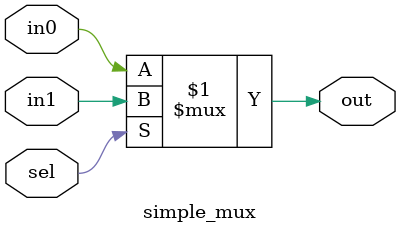
<source format=v>
module simple_mux (
  input in0,
  input in1,
  input sel,
  output out
);

  assign out = sel ? in1 : in0;

endmodule
</source>
